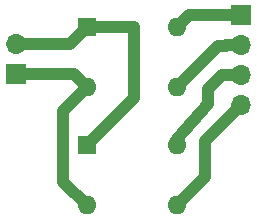
<source format=gbr>
G04 #@! TF.GenerationSoftware,KiCad,Pcbnew,5.1.5+dfsg1-2build2*
G04 #@! TF.CreationDate,2022-02-17T11:45:05+00:00*
G04 #@! TF.ProjectId,foot-rectifier,666f6f74-2d72-4656-9374-69666965722e,rev?*
G04 #@! TF.SameCoordinates,Original*
G04 #@! TF.FileFunction,Copper,L2,Bot*
G04 #@! TF.FilePolarity,Positive*
%FSLAX46Y46*%
G04 Gerber Fmt 4.6, Leading zero omitted, Abs format (unit mm)*
G04 Created by KiCad (PCBNEW 5.1.5+dfsg1-2build2) date 2022-02-17 11:45:05*
%MOMM*%
%LPD*%
G04 APERTURE LIST*
%ADD10O,1.600000X1.600000*%
%ADD11R,1.600000X1.600000*%
%ADD12R,1.700000X1.700000*%
%ADD13O,1.700000X1.700000*%
%ADD14C,1.000000*%
G04 APERTURE END LIST*
D10*
X162620000Y28000000D03*
X155000000Y22920000D03*
X162620000Y22920000D03*
D11*
X155000000Y28000000D03*
X155000000Y18000000D03*
D10*
X162620000Y12920000D03*
X155000000Y12920000D03*
X162620000Y18000000D03*
D12*
X168000000Y29000000D03*
D13*
X168000000Y26460000D03*
X168000000Y23920000D03*
X168000000Y21380000D03*
D12*
X149000000Y24000000D03*
D13*
X149000000Y26540000D03*
D14*
X163620000Y29000000D02*
X162620000Y28000000D01*
X168000000Y29000000D02*
X163620000Y29000000D01*
X153920000Y24000000D02*
X155000000Y22920000D01*
X149000000Y24000000D02*
X153920000Y24000000D01*
X155000000Y12920000D02*
X153000000Y14920000D01*
X153000000Y20920000D02*
X155000000Y22920000D01*
X153000000Y14920000D02*
X153000000Y20920000D01*
X166797919Y26460000D02*
X166753919Y26416000D01*
X168000000Y26460000D02*
X166797919Y26460000D01*
X166116000Y26416000D02*
X162620000Y22920000D01*
X166753919Y26416000D02*
X166116000Y26416000D01*
X153540000Y26540000D02*
X155000000Y28000000D01*
X149000000Y26540000D02*
X153540000Y26540000D01*
X155000000Y18000000D02*
X159000000Y22000000D01*
X159000000Y22000000D02*
X159000000Y28000000D01*
X159000000Y28000000D02*
X155000000Y28000000D01*
X165020000Y18400000D02*
X168000000Y21380000D01*
X165020000Y15320000D02*
X165020000Y18400000D01*
X162620000Y12920000D02*
X165020000Y15320000D01*
X162620000Y18000000D02*
X162620000Y18540000D01*
X168000000Y23920000D02*
X166414000Y23920000D01*
X165227000Y22733000D02*
X165227000Y21463000D01*
X166414000Y23920000D02*
X165227000Y22733000D01*
X162620000Y18540000D02*
X165227000Y21463000D01*
M02*

</source>
